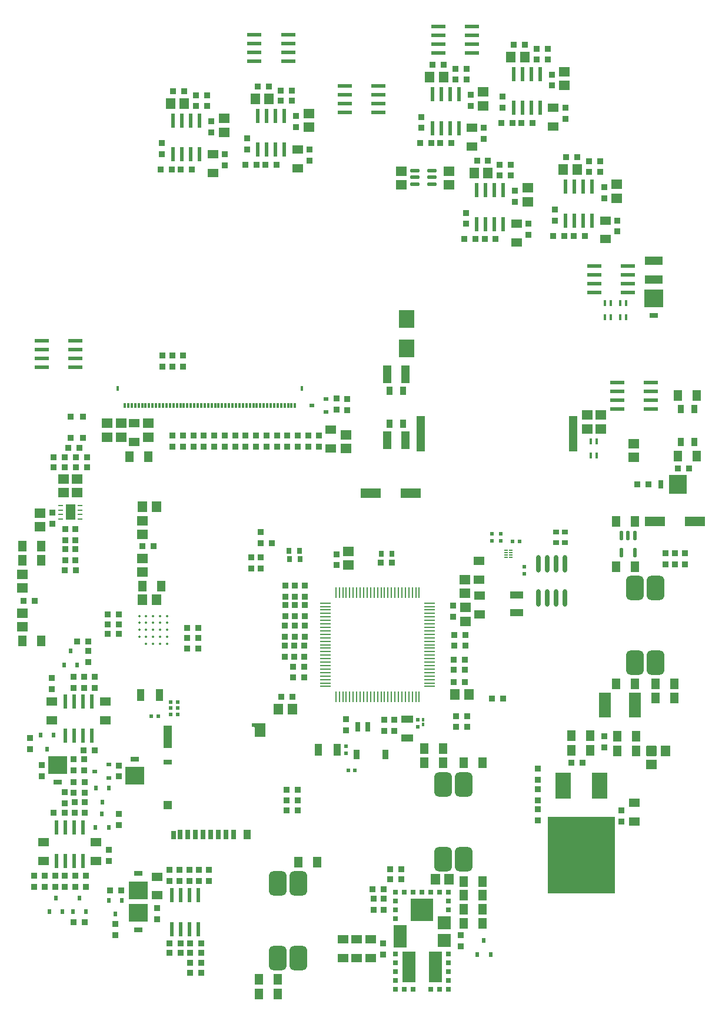
<source format=gtp>
G04*
G04 #@! TF.GenerationSoftware,Altium Limited,Altium Designer,23.1.1 (15)*
G04*
G04 Layer_Color=8421504*
%FSLAX44Y44*%
%MOMM*%
G71*
G04*
G04 #@! TF.SameCoordinates,789140C7-5683-4E61-8DB6-192B0B8D3B33*
G04*
G04*
G04 #@! TF.FilePolarity,Positive*
G04*
G01*
G75*
%ADD18R,0.5300X0.1650*%
%ADD19R,0.5300X0.1650*%
%ADD20R,0.5300X0.1650*%
%ADD21R,0.5300X0.1650*%
%ADD22R,1.2000X3.2000*%
%ADD23C,1.3106*%
%ADD24R,1.2000X1.2000*%
%ADD25R,1.2000X0.8000*%
%ADD26R,0.7000X1.2000*%
%ADD27R,0.7000X1.4000*%
%ADD28R,1.0000X1.4000*%
%ADD29R,0.9500X0.9000*%
%ADD30R,0.6000X0.5000*%
%ADD31R,1.2700X5.0800*%
%ADD32R,2.8500X1.4000*%
%ADD33O,0.7000X2.5000*%
%ADD34R,1.9000X1.1000*%
%ADD35R,0.9000X0.7000*%
%ADD36R,1.1000X1.7000*%
%ADD37R,0.5000X0.6000*%
%ADD38C,0.3500*%
%ADD39R,1.3000X1.6000*%
%ADD40R,0.9000X0.9500*%
%ADD41R,0.7000X0.2500*%
%ADD42R,1.4500X2.2000*%
%ADD43R,0.8000X0.5000*%
G04:AMPARAMS|DCode=44|XSize=3.53mm|YSize=2.54mm|CornerRadius=0.635mm|HoleSize=0mm|Usage=FLASHONLY|Rotation=270.000|XOffset=0mm|YOffset=0mm|HoleType=Round|Shape=RoundedRectangle|*
%AMROUNDEDRECTD44*
21,1,3.5300,1.2700,0,0,270.0*
21,1,2.2600,2.5400,0,0,270.0*
1,1,1.2700,-0.6350,-1.1300*
1,1,1.2700,-0.6350,1.1300*
1,1,1.2700,0.6350,1.1300*
1,1,1.2700,0.6350,-1.1300*
%
%ADD44ROUNDEDRECTD44*%
%ADD45R,0.9000X0.9000*%
%ADD46R,0.7500X1.4000*%
%ADD47R,0.3000X0.8000*%
%ADD48R,0.4000X0.8000*%
%ADD49R,0.3000X0.5000*%
%ADD50R,0.9500X1.4000*%
%ADD51O,1.5500X0.2500*%
%ADD52O,0.2500X1.5500*%
%ADD53R,1.7000X1.1000*%
%ADD54R,0.7000X0.9000*%
%ADD55R,1.3000X2.5000*%
%ADD56R,2.1500X0.6000*%
%ADD57R,2.3000X2.5000*%
%ADD58R,1.4000X1.5000*%
%ADD59R,2.3200X3.8100*%
%ADD60R,9.6500X11.0000*%
%ADD61R,1.6000X1.3000*%
%ADD62R,2.7600X2.5400*%
%ADD63R,1.3000X0.8000*%
%ADD64R,0.5000X0.8000*%
%ADD65R,0.6000X2.1500*%
%ADD66R,1.5000X1.4000*%
%ADD67R,2.5000X1.3000*%
%ADD68R,0.4000X0.9000*%
%ADD69R,0.9500X1.2500*%
%ADD70R,0.8000X1.3000*%
%ADD71R,2.5400X2.7600*%
G04:AMPARAMS|DCode=72|XSize=1.3mm|YSize=0.55mm|CornerRadius=0.1375mm|HoleSize=0mm|Usage=FLASHONLY|Rotation=270.000|XOffset=0mm|YOffset=0mm|HoleType=Round|Shape=RoundedRectangle|*
%AMROUNDEDRECTD72*
21,1,1.3000,0.2750,0,0,270.0*
21,1,1.0250,0.5500,0,0,270.0*
1,1,0.2750,-0.1375,-0.5125*
1,1,0.2750,-0.1375,0.5125*
1,1,0.2750,0.1375,0.5125*
1,1,0.2750,0.1375,-0.5125*
%
%ADD72ROUNDEDRECTD72*%
%ADD73R,1.7500X3.6000*%
%ADD74R,1.9200X4.4600*%
%ADD75R,3.1900X3.1900*%
%ADD76R,1.9200X1.9200*%
%ADD77R,1.9200X3.1900*%
%ADD78R,0.7000X0.7000*%
G04:AMPARAMS|DCode=79|XSize=1.3mm|YSize=0.55mm|CornerRadius=0.1375mm|HoleSize=0mm|Usage=FLASHONLY|Rotation=0.000|XOffset=0mm|YOffset=0mm|HoleType=Round|Shape=RoundedRectangle|*
%AMROUNDEDRECTD79*
21,1,1.3000,0.2750,0,0,0.0*
21,1,1.0250,0.5500,0,0,0.0*
1,1,0.2750,0.5125,-0.1375*
1,1,0.2750,-0.5125,-0.1375*
1,1,0.2750,-0.5125,0.1375*
1,1,0.2750,0.5125,0.1375*
%
%ADD79ROUNDEDRECTD79*%
G36*
X362727Y392196D02*
X347727D01*
Y404696D01*
X346227Y406196D01*
X342727D01*
Y411196D01*
X362727D01*
Y392196D01*
D02*
G37*
D18*
X716012Y660526D02*
D03*
Y650026D02*
D03*
D19*
Y657026D02*
D03*
Y653526D02*
D03*
D20*
X709312Y650026D02*
D03*
Y660526D02*
D03*
D21*
Y653526D02*
D03*
Y657026D02*
D03*
D22*
X222227Y391696D02*
D03*
D23*
X355009Y402290D02*
D03*
D24*
X222227Y293696D02*
D03*
D25*
Y355696D02*
D03*
D26*
X230727Y250696D02*
D03*
D27*
X240227Y251696D02*
D03*
X251227D02*
D03*
X262227D02*
D03*
X273227D02*
D03*
X284227D02*
D03*
X295227D02*
D03*
X306227D02*
D03*
X317227D02*
D03*
D28*
X336227D02*
D03*
D29*
X704976Y447040D02*
D03*
X688976D02*
D03*
X650340Y523190D02*
D03*
X634340D02*
D03*
X650340Y538190D02*
D03*
X634340Y538190D02*
D03*
X266003Y519430D02*
D03*
X250003D02*
D03*
X266003Y548640D02*
D03*
X250003Y548640D02*
D03*
X266003Y533933D02*
D03*
X250003D02*
D03*
X393512Y285844D02*
D03*
X409512Y285844D02*
D03*
X393512Y300849D02*
D03*
X409512Y300849D02*
D03*
X409512Y315844D02*
D03*
X393512Y315844D02*
D03*
X649350Y471170D02*
D03*
X633350D02*
D03*
X402210Y477520D02*
D03*
X418210D02*
D03*
X385700Y449252D02*
D03*
X401700D02*
D03*
X844000Y1205000D02*
D03*
X828000D02*
D03*
X844000Y1220000D02*
D03*
X828000D02*
D03*
X811000Y1226000D02*
D03*
X795000D02*
D03*
X806000Y1113000D02*
D03*
X822000D02*
D03*
X777000Y1113000D02*
D03*
X793000D02*
D03*
X956000Y778000D02*
D03*
X972000D02*
D03*
X819000Y355000D02*
D03*
X803000D02*
D03*
X402210Y492760D02*
D03*
X418210D02*
D03*
X186000Y666000D02*
D03*
X202000D02*
D03*
X107500Y529500D02*
D03*
X91500D02*
D03*
X136000Y540000D02*
D03*
X152000D02*
D03*
X136000Y554000D02*
D03*
X152000D02*
D03*
X152000Y568000D02*
D03*
X136000Y568000D02*
D03*
X542000Y187000D02*
D03*
X558000Y187000D02*
D03*
X533000Y173000D02*
D03*
X517000D02*
D03*
X558000Y202000D02*
D03*
X542000Y202000D02*
D03*
X653160Y421640D02*
D03*
X637160D02*
D03*
X653160Y406400D02*
D03*
X637160D02*
D03*
X649829Y502715D02*
D03*
X633829D02*
D03*
X649829Y488213D02*
D03*
X633829D02*
D03*
X225000Y81000D02*
D03*
X241000D02*
D03*
Y95000D02*
D03*
X225000D02*
D03*
X254000Y81000D02*
D03*
X270000D02*
D03*
X270000Y53000D02*
D03*
X254000Y53000D02*
D03*
X270000Y67000D02*
D03*
X254000D02*
D03*
X270000Y95000D02*
D03*
X254000Y95000D02*
D03*
X139000Y171000D02*
D03*
X155000D02*
D03*
X87000Y125500D02*
D03*
X103000D02*
D03*
X74000Y282500D02*
D03*
X58000D02*
D03*
X87000Y311500D02*
D03*
X103000D02*
D03*
X103000Y326500D02*
D03*
X87000D02*
D03*
X101000Y373000D02*
D03*
X117000Y373000D02*
D03*
X15000Y588000D02*
D03*
X31000D02*
D03*
X74000Y632000D02*
D03*
X90000D02*
D03*
X106000Y780114D02*
D03*
X90000D02*
D03*
X58000Y780114D02*
D03*
X74000Y780114D02*
D03*
X58000Y794114D02*
D03*
X74000Y794114D02*
D03*
X106000D02*
D03*
X90000D02*
D03*
X95000Y808000D02*
D03*
X79000Y808000D02*
D03*
X356000Y671000D02*
D03*
X372000D02*
D03*
X678000Y1108000D02*
D03*
X694000D02*
D03*
X649000Y1108000D02*
D03*
X665000D02*
D03*
X683000Y1221000D02*
D03*
X667000D02*
D03*
X716000Y1215000D02*
D03*
X700000D02*
D03*
X716000Y1200000D02*
D03*
X700000D02*
D03*
X630000Y1246000D02*
D03*
X614000D02*
D03*
X601000Y1246000D02*
D03*
X585000D02*
D03*
X603000Y1359000D02*
D03*
X619000D02*
D03*
X636000Y1353000D02*
D03*
X652000D02*
D03*
X636000Y1338000D02*
D03*
X652000D02*
D03*
X241000Y1208000D02*
D03*
X257000Y1208000D02*
D03*
X212000Y1208000D02*
D03*
X228000D02*
D03*
X246000Y1321000D02*
D03*
X230000Y1321000D02*
D03*
X279000Y1315000D02*
D03*
X263000D02*
D03*
X279000Y1300000D02*
D03*
X263000D02*
D03*
X769000Y1367000D02*
D03*
X753000D02*
D03*
X914000Y755000D02*
D03*
X898000D02*
D03*
X753000Y1382000D02*
D03*
X769000D02*
D03*
X720000Y1388000D02*
D03*
X736000D02*
D03*
X718000Y1275000D02*
D03*
X702000D02*
D03*
X747000Y1275000D02*
D03*
X731000D02*
D03*
X385000Y1307000D02*
D03*
X401000Y1307000D02*
D03*
X385000Y1322000D02*
D03*
X401000D02*
D03*
X352000Y1328000D02*
D03*
X368000Y1328000D02*
D03*
X350000Y1215000D02*
D03*
X334000Y1215000D02*
D03*
X379000Y1215000D02*
D03*
X363000D02*
D03*
D30*
X727982Y672846D02*
D03*
X717982D02*
D03*
X236140Y441960D02*
D03*
X226140D02*
D03*
X236060Y424180D02*
D03*
X226060D02*
D03*
X236140Y433324D02*
D03*
X226140D02*
D03*
X208454Y421894D02*
D03*
X198454D02*
D03*
X491664Y343662D02*
D03*
X481664D02*
D03*
D31*
X805810Y828040D02*
D03*
X586110D02*
D03*
D32*
X514500Y743000D02*
D03*
X571500D02*
D03*
X980500Y702000D02*
D03*
X923500D02*
D03*
D33*
X793750Y641309D02*
D03*
X781050D02*
D03*
X768350D02*
D03*
X755650D02*
D03*
X793750Y592309D02*
D03*
X781050D02*
D03*
X768350D02*
D03*
X755650D02*
D03*
D34*
X724408Y595882D02*
D03*
Y570882D02*
D03*
D35*
X780796Y686632D02*
D03*
Y671632D02*
D03*
X793496Y671632D02*
D03*
Y686632D02*
D03*
D36*
X210350Y451866D02*
D03*
X183350D02*
D03*
X466090Y373380D02*
D03*
X439090D02*
D03*
D37*
X688848Y684290D02*
D03*
Y674290D02*
D03*
X701548Y684116D02*
D03*
Y674116D02*
D03*
X735076Y626444D02*
D03*
Y636444D02*
D03*
X478790Y378380D02*
D03*
Y368380D02*
D03*
X581660Y416480D02*
D03*
Y406480D02*
D03*
D38*
X221000Y566001D02*
D03*
Y556001D02*
D03*
Y546001D02*
D03*
Y536001D02*
D03*
Y526001D02*
D03*
X211000Y566001D02*
D03*
Y556001D02*
D03*
Y546001D02*
D03*
Y536001D02*
D03*
Y526001D02*
D03*
X201000Y566001D02*
D03*
X201000Y556001D02*
D03*
Y546001D02*
D03*
Y536001D02*
D03*
Y526001D02*
D03*
X191000Y566001D02*
D03*
Y556001D02*
D03*
X191000Y546001D02*
D03*
X191000Y536001D02*
D03*
Y526001D02*
D03*
X181000Y566001D02*
D03*
Y556001D02*
D03*
Y546001D02*
D03*
Y536001D02*
D03*
D39*
X410006Y212167D02*
D03*
X437006D02*
D03*
X353000Y22000D02*
D03*
X380000Y22000D02*
D03*
X380000Y43000D02*
D03*
X353000Y43000D02*
D03*
X983500Y883000D02*
D03*
X956500D02*
D03*
X983500Y796000D02*
D03*
X956500D02*
D03*
X867000Y637000D02*
D03*
X894000D02*
D03*
X951000Y468000D02*
D03*
X924000Y468000D02*
D03*
X924000Y448000D02*
D03*
X951000D02*
D03*
X867000Y468000D02*
D03*
X894000Y468000D02*
D03*
X896000Y393000D02*
D03*
X869000D02*
D03*
X830201Y372499D02*
D03*
X803201D02*
D03*
X830201Y393499D02*
D03*
X803201D02*
D03*
X193840Y794767D02*
D03*
X166840Y794767D02*
D03*
X213000Y609000D02*
D03*
X186000D02*
D03*
X648200Y124000D02*
D03*
X675200Y124000D02*
D03*
X648200Y144000D02*
D03*
X675200Y144000D02*
D03*
X648200Y184000D02*
D03*
X675200Y184000D02*
D03*
X648200Y164000D02*
D03*
X675200Y164000D02*
D03*
X648200Y355000D02*
D03*
X675200D02*
D03*
X591200Y375000D02*
D03*
X618200Y375000D02*
D03*
X618200Y355000D02*
D03*
X591200Y355000D02*
D03*
X40000Y530000D02*
D03*
X13000D02*
D03*
X40000Y646000D02*
D03*
X13000D02*
D03*
X40000Y666000D02*
D03*
X13000Y666000D02*
D03*
X896000Y372000D02*
D03*
X869000Y372000D02*
D03*
X894000Y702000D02*
D03*
X867000Y702000D02*
D03*
D40*
X56000Y715000D02*
D03*
Y699000D02*
D03*
X244215Y940560D02*
D03*
Y924560D02*
D03*
X229215Y924560D02*
D03*
X229215Y940560D02*
D03*
X214215D02*
D03*
Y924560D02*
D03*
X875000Y286000D02*
D03*
Y270000D02*
D03*
X137000Y229500D02*
D03*
X137000Y213500D02*
D03*
X152000Y281500D02*
D03*
X152000Y265500D02*
D03*
X356000Y650000D02*
D03*
Y634000D02*
D03*
X342000D02*
D03*
Y650000D02*
D03*
X391162Y609833D02*
D03*
Y593833D02*
D03*
X419160Y565330D02*
D03*
Y581330D02*
D03*
X405160Y565330D02*
D03*
Y581330D02*
D03*
X391160Y565330D02*
D03*
Y581330D02*
D03*
X405163Y609833D02*
D03*
Y593833D02*
D03*
X419162Y609833D02*
D03*
Y593833D02*
D03*
X478737Y417500D02*
D03*
Y401500D02*
D03*
X779000Y1151000D02*
D03*
Y1135000D02*
D03*
X850000Y1183000D02*
D03*
Y1167000D02*
D03*
X869000Y1119000D02*
D03*
Y1135000D02*
D03*
X966000Y656250D02*
D03*
Y640250D02*
D03*
X952000Y640250D02*
D03*
X952000Y656250D02*
D03*
X938000Y640250D02*
D03*
X938000Y656250D02*
D03*
X754200Y346000D02*
D03*
X754200Y330000D02*
D03*
X754200Y288000D02*
D03*
X754200Y272000D02*
D03*
X754200Y301000D02*
D03*
X754200Y317000D02*
D03*
X850000Y377000D02*
D03*
Y393000D02*
D03*
X632460Y564770D02*
D03*
Y580770D02*
D03*
X644000Y107000D02*
D03*
X644000Y91000D02*
D03*
X532200Y79000D02*
D03*
Y95000D02*
D03*
X533000Y143000D02*
D03*
Y159000D02*
D03*
X518000D02*
D03*
Y143000D02*
D03*
X547902Y400940D02*
D03*
X547902Y416940D02*
D03*
X533400Y400940D02*
D03*
Y416940D02*
D03*
X390970Y536035D02*
D03*
Y552035D02*
D03*
X404970Y536035D02*
D03*
Y552035D02*
D03*
X418970Y536035D02*
D03*
Y552035D02*
D03*
X418467Y523532D02*
D03*
Y507533D02*
D03*
X404468Y523532D02*
D03*
Y507533D02*
D03*
X390467Y523532D02*
D03*
Y507533D02*
D03*
X207000Y130000D02*
D03*
Y146000D02*
D03*
X281000Y185000D02*
D03*
Y201000D02*
D03*
X267000Y201000D02*
D03*
Y185000D02*
D03*
X253000D02*
D03*
X253000Y201000D02*
D03*
X239000Y185000D02*
D03*
X239000Y201000D02*
D03*
X225000Y201000D02*
D03*
Y185000D02*
D03*
X104000Y176500D02*
D03*
Y192500D02*
D03*
X89000Y176500D02*
D03*
X89000Y192500D02*
D03*
X147000Y123000D02*
D03*
Y107000D02*
D03*
X74000Y192500D02*
D03*
X74000Y176500D02*
D03*
X60000D02*
D03*
Y192500D02*
D03*
X45000Y176500D02*
D03*
X45000Y192500D02*
D03*
X30000D02*
D03*
Y176500D02*
D03*
X103000Y298500D02*
D03*
Y282500D02*
D03*
X88000D02*
D03*
Y298500D02*
D03*
X74000Y312500D02*
D03*
Y296500D02*
D03*
X41000Y351500D02*
D03*
Y335500D02*
D03*
X102000Y359500D02*
D03*
Y343500D02*
D03*
X87000Y359500D02*
D03*
X87000Y343500D02*
D03*
X24000Y390500D02*
D03*
Y374500D02*
D03*
X55500Y476502D02*
D03*
Y460502D02*
D03*
X102000Y462500D02*
D03*
Y478500D02*
D03*
X87000Y462500D02*
D03*
X87000Y478500D02*
D03*
X117000D02*
D03*
Y462500D02*
D03*
X107500Y499500D02*
D03*
Y515500D02*
D03*
X89500Y662000D02*
D03*
X89500Y646000D02*
D03*
X74500Y662000D02*
D03*
Y646000D02*
D03*
Y691000D02*
D03*
Y675000D02*
D03*
X89500Y691000D02*
D03*
Y675000D02*
D03*
X439420Y825880D02*
D03*
Y809880D02*
D03*
X424376Y825880D02*
D03*
X424376Y809880D02*
D03*
X409332Y825880D02*
D03*
Y809880D02*
D03*
X394288Y825880D02*
D03*
X394288Y809880D02*
D03*
X379245Y825880D02*
D03*
Y809880D02*
D03*
X364201D02*
D03*
Y825880D02*
D03*
X349157Y809880D02*
D03*
Y825880D02*
D03*
X334114Y825880D02*
D03*
Y809880D02*
D03*
X319070Y825880D02*
D03*
Y809880D02*
D03*
X304026D02*
D03*
X304026Y825880D02*
D03*
X288982Y809880D02*
D03*
X288982Y825880D02*
D03*
X273939Y825880D02*
D03*
Y809880D02*
D03*
X258895Y809880D02*
D03*
Y825880D02*
D03*
X243851Y825880D02*
D03*
Y809880D02*
D03*
X228807Y809880D02*
D03*
Y825880D02*
D03*
X356000Y671000D02*
D03*
Y687000D02*
D03*
X651000Y1146000D02*
D03*
Y1130000D02*
D03*
X722000Y1178000D02*
D03*
Y1162000D02*
D03*
X741000Y1114000D02*
D03*
X741000Y1130000D02*
D03*
X587000Y1268000D02*
D03*
Y1284000D02*
D03*
X658000Y1300000D02*
D03*
Y1316000D02*
D03*
X677000Y1268000D02*
D03*
X677000Y1252000D02*
D03*
X464820Y638970D02*
D03*
Y654970D02*
D03*
X214000Y1246000D02*
D03*
Y1230000D02*
D03*
X285000Y1278000D02*
D03*
Y1262000D02*
D03*
X304000Y1214000D02*
D03*
X304000Y1230000D02*
D03*
X152000Y335000D02*
D03*
Y351000D02*
D03*
X464820Y863220D02*
D03*
Y879220D02*
D03*
X480060Y877950D02*
D03*
Y861950D02*
D03*
X794000Y1297000D02*
D03*
X794000Y1281000D02*
D03*
X775000Y1329000D02*
D03*
Y1345000D02*
D03*
X704000Y1297000D02*
D03*
Y1313000D02*
D03*
X426000Y1237000D02*
D03*
X426000Y1221000D02*
D03*
X407000Y1269000D02*
D03*
Y1285000D02*
D03*
X336000Y1237000D02*
D03*
Y1253000D02*
D03*
D41*
X68300Y724864D02*
D03*
X68300Y718364D02*
D03*
X68300Y711864D02*
D03*
X68300Y705364D02*
D03*
X95700Y724864D02*
D03*
X95700Y718364D02*
D03*
X95700Y711864D02*
D03*
X95700Y705364D02*
D03*
D42*
X82000Y715114D02*
D03*
D43*
X449420Y859180D02*
D03*
Y878180D02*
D03*
X429420Y868680D02*
D03*
X117000Y342500D02*
D03*
X137000Y352000D02*
D03*
Y333000D02*
D03*
D44*
X648300Y216250D02*
D03*
X618100D02*
D03*
Y323750D02*
D03*
X648300D02*
D03*
X410200Y181500D02*
D03*
X380000D02*
D03*
Y74000D02*
D03*
X410200D02*
D03*
X924200Y498500D02*
D03*
X894000D02*
D03*
Y606000D02*
D03*
X924200D02*
D03*
D45*
X528900Y642620D02*
D03*
X544900D02*
D03*
X100000Y822000D02*
D03*
X82000Y853000D02*
D03*
X100000D02*
D03*
X82000Y822000D02*
D03*
D46*
X509740Y406400D02*
D03*
X495240D02*
D03*
D47*
X160269Y868562D02*
D03*
X405269D02*
D03*
X165269D02*
D03*
X170269D02*
D03*
X175269Y868562D02*
D03*
X180269D02*
D03*
X185269D02*
D03*
X190269Y868562D02*
D03*
X195269Y868562D02*
D03*
X200269D02*
D03*
X205269D02*
D03*
X210269D02*
D03*
X215269D02*
D03*
X220269Y868562D02*
D03*
X225269D02*
D03*
X230269D02*
D03*
X235269D02*
D03*
X240269Y868562D02*
D03*
X245269D02*
D03*
X250269D02*
D03*
X255269D02*
D03*
X260269D02*
D03*
X265269Y868562D02*
D03*
X270269Y868562D02*
D03*
X275269D02*
D03*
X280269Y868562D02*
D03*
X285269Y868562D02*
D03*
X290269D02*
D03*
X295269Y868562D02*
D03*
X300269D02*
D03*
X305269Y868562D02*
D03*
X310269D02*
D03*
X315269D02*
D03*
X320269D02*
D03*
X325269Y868562D02*
D03*
X330269D02*
D03*
X335269D02*
D03*
X340269Y868562D02*
D03*
X345269D02*
D03*
X350269D02*
D03*
X355269D02*
D03*
X360269D02*
D03*
X365269Y868562D02*
D03*
X370269D02*
D03*
X375269Y868562D02*
D03*
X380269D02*
D03*
X385269D02*
D03*
X390269D02*
D03*
X395269D02*
D03*
X400269Y868562D02*
D03*
D48*
X415265Y893560D02*
D03*
X150265Y893560D02*
D03*
D49*
X589280Y416520D02*
D03*
Y409520D02*
D03*
D50*
X535608Y366749D02*
D03*
X494108D02*
D03*
D51*
X448750Y464560D02*
D03*
Y469560D02*
D03*
Y474560D02*
D03*
Y479560D02*
D03*
Y484560D02*
D03*
Y489560D02*
D03*
Y494560D02*
D03*
Y499560D02*
D03*
Y504560D02*
D03*
Y509560D02*
D03*
Y514560D02*
D03*
Y519560D02*
D03*
Y524560D02*
D03*
Y529560D02*
D03*
Y534560D02*
D03*
Y539560D02*
D03*
Y544560D02*
D03*
Y549560D02*
D03*
Y554560D02*
D03*
Y559560D02*
D03*
Y564560D02*
D03*
Y569560D02*
D03*
Y574560D02*
D03*
Y579560D02*
D03*
Y584560D02*
D03*
X599250D02*
D03*
Y579560D02*
D03*
Y574560D02*
D03*
Y569560D02*
D03*
Y564560D02*
D03*
Y559560D02*
D03*
Y554560D02*
D03*
Y549560D02*
D03*
Y544560D02*
D03*
Y539560D02*
D03*
Y534560D02*
D03*
Y529560D02*
D03*
Y524560D02*
D03*
Y519560D02*
D03*
Y514560D02*
D03*
Y509560D02*
D03*
Y504560D02*
D03*
Y499560D02*
D03*
Y494560D02*
D03*
Y489560D02*
D03*
Y484560D02*
D03*
Y479560D02*
D03*
Y474560D02*
D03*
Y469560D02*
D03*
Y464560D02*
D03*
D52*
X464000Y599810D02*
D03*
X469000D02*
D03*
X474000D02*
D03*
X479000D02*
D03*
X484000D02*
D03*
X489000D02*
D03*
X494000D02*
D03*
X499000D02*
D03*
X504000D02*
D03*
X509000D02*
D03*
X514000D02*
D03*
X519000D02*
D03*
X524000D02*
D03*
X529000D02*
D03*
X534000D02*
D03*
X539000D02*
D03*
X544000D02*
D03*
X549000D02*
D03*
X554000D02*
D03*
X559000D02*
D03*
X564000D02*
D03*
X569000D02*
D03*
X574000D02*
D03*
X579000D02*
D03*
X584000D02*
D03*
Y449310D02*
D03*
X579000D02*
D03*
X574000D02*
D03*
X569000D02*
D03*
X564000D02*
D03*
X559000D02*
D03*
X554000D02*
D03*
X549000D02*
D03*
X544000D02*
D03*
X539000D02*
D03*
X534000D02*
D03*
X529000D02*
D03*
X524000D02*
D03*
X519000D02*
D03*
X514000D02*
D03*
X509000D02*
D03*
X504000D02*
D03*
X499000D02*
D03*
X494000D02*
D03*
X489000D02*
D03*
X484000D02*
D03*
X479000D02*
D03*
X474000D02*
D03*
X469000D02*
D03*
X464000D02*
D03*
D53*
X566948Y417360D02*
D03*
Y390360D02*
D03*
D54*
X397510Y647445D02*
D03*
X412510D02*
D03*
X529400Y655758D02*
D03*
X544400D02*
D03*
X411360Y659448D02*
D03*
X396360D02*
D03*
D55*
X537500Y914000D02*
D03*
X564500D02*
D03*
Y819000D02*
D03*
X537500D02*
D03*
D56*
X89123Y923823D02*
D03*
Y936523D02*
D03*
Y949223D02*
D03*
Y961923D02*
D03*
X40623Y923823D02*
D03*
Y936523D02*
D03*
Y949223D02*
D03*
Y961923D02*
D03*
X660123Y1375823D02*
D03*
Y1388523D02*
D03*
Y1401223D02*
D03*
Y1413923D02*
D03*
X611623Y1375823D02*
D03*
Y1388523D02*
D03*
Y1401223D02*
D03*
Y1413923D02*
D03*
X835877Y1069177D02*
D03*
Y1056477D02*
D03*
X835877Y1043777D02*
D03*
X835877Y1031077D02*
D03*
X884377Y1069177D02*
D03*
Y1056477D02*
D03*
Y1043777D02*
D03*
Y1031077D02*
D03*
X868877Y902177D02*
D03*
X868877Y889477D02*
D03*
Y876777D02*
D03*
X868877Y864077D02*
D03*
X917377Y902177D02*
D03*
Y889477D02*
D03*
Y876777D02*
D03*
Y864077D02*
D03*
X476623Y1328923D02*
D03*
Y1316223D02*
D03*
Y1303523D02*
D03*
Y1290823D02*
D03*
X525123Y1328923D02*
D03*
Y1316223D02*
D03*
Y1303523D02*
D03*
Y1290823D02*
D03*
X395377Y1364077D02*
D03*
Y1376777D02*
D03*
Y1389477D02*
D03*
Y1402177D02*
D03*
X346877Y1364077D02*
D03*
Y1376777D02*
D03*
Y1389477D02*
D03*
Y1402177D02*
D03*
D57*
X566000Y950500D02*
D03*
Y993500D02*
D03*
D58*
X186000Y723000D02*
D03*
X206000D02*
D03*
X655160Y453390D02*
D03*
X635160Y453390D02*
D03*
X381320Y432000D02*
D03*
X401320D02*
D03*
X791000Y1208000D02*
D03*
X811000D02*
D03*
X938000Y372000D02*
D03*
X918000D02*
D03*
X206000Y589000D02*
D03*
X186000D02*
D03*
X607000Y187000D02*
D03*
X627000D02*
D03*
X663000Y1203000D02*
D03*
X683000D02*
D03*
X619000Y1341000D02*
D03*
X599000D02*
D03*
X226000Y1303000D02*
D03*
X246000D02*
D03*
X736000Y1370000D02*
D03*
X716000D02*
D03*
X368000Y1310000D02*
D03*
X348000D02*
D03*
D59*
X843603Y322000D02*
D03*
X790803D02*
D03*
D60*
X817203Y222000D02*
D03*
D61*
X893200Y297000D02*
D03*
X893200Y270000D02*
D03*
X474200Y74000D02*
D03*
X474200Y101000D02*
D03*
X119000Y213500D02*
D03*
X119000Y240500D02*
D03*
X670560Y567998D02*
D03*
Y594997D02*
D03*
X670000Y645000D02*
D03*
Y618000D02*
D03*
X174030Y843270D02*
D03*
X174030Y816270D02*
D03*
X43000Y213500D02*
D03*
X43000Y240500D02*
D03*
X55500Y442502D02*
D03*
Y415502D02*
D03*
X132000Y442500D02*
D03*
X132000Y415500D02*
D03*
X456672Y806920D02*
D03*
Y833920D02*
D03*
X724000Y1103000D02*
D03*
Y1130000D02*
D03*
X660000Y1241000D02*
D03*
Y1268000D02*
D03*
X287000Y1203000D02*
D03*
Y1230000D02*
D03*
X494200Y101000D02*
D03*
Y74000D02*
D03*
X514200Y101000D02*
D03*
X514200Y74000D02*
D03*
X207000Y164000D02*
D03*
Y191000D02*
D03*
X852000Y1135000D02*
D03*
Y1108000D02*
D03*
X777000Y1297000D02*
D03*
Y1270000D02*
D03*
X409000Y1237000D02*
D03*
Y1210000D02*
D03*
D62*
X175000Y336000D02*
D03*
X921000Y1023000D02*
D03*
X180000Y139000D02*
D03*
X64000Y351500D02*
D03*
X180000Y171000D02*
D03*
D63*
X175000Y360300D02*
D03*
X921000Y998700D02*
D03*
X180000Y114700D02*
D03*
X64000Y327200D02*
D03*
X180000Y195300D02*
D03*
D64*
X128000Y298500D02*
D03*
X118500Y318500D02*
D03*
X137500D02*
D03*
X127500Y281500D02*
D03*
X137000Y261500D02*
D03*
X118000Y261500D02*
D03*
X667500Y79000D02*
D03*
X686500D02*
D03*
X677000Y99000D02*
D03*
X146508Y137000D02*
D03*
X137008Y157000D02*
D03*
X156008Y157000D02*
D03*
X95003Y160500D02*
D03*
X104503Y140500D02*
D03*
X85503D02*
D03*
X61000Y160500D02*
D03*
X70500Y140500D02*
D03*
X51500D02*
D03*
X48500Y374500D02*
D03*
X39000Y394500D02*
D03*
X58000D02*
D03*
X73000Y495500D02*
D03*
X92000D02*
D03*
X82500Y515500D02*
D03*
D65*
X794823Y1134877D02*
D03*
X807523D02*
D03*
X820223D02*
D03*
X832923D02*
D03*
X794823Y1183377D02*
D03*
X807523D02*
D03*
X820223D02*
D03*
X832923D02*
D03*
X228077Y115623D02*
D03*
X240777D02*
D03*
X253477D02*
D03*
X266177D02*
D03*
X228077Y164123D02*
D03*
X240777Y164123D02*
D03*
X253477D02*
D03*
X266177D02*
D03*
X99923Y261877D02*
D03*
X87223D02*
D03*
X74523D02*
D03*
X61823D02*
D03*
X99923Y213377D02*
D03*
X87223D02*
D03*
X74523D02*
D03*
X61823Y213377D02*
D03*
X75077Y394123D02*
D03*
X87777D02*
D03*
X100477D02*
D03*
X113177D02*
D03*
X75077Y442623D02*
D03*
X87777Y442623D02*
D03*
X100477Y442623D02*
D03*
X113177D02*
D03*
X666823Y1129877D02*
D03*
X679523D02*
D03*
X692223Y1129877D02*
D03*
X704923Y1129877D02*
D03*
X666823Y1178377D02*
D03*
X679523D02*
D03*
X692223D02*
D03*
X704923D02*
D03*
X640923Y1316377D02*
D03*
X628223D02*
D03*
X615523D02*
D03*
X602823D02*
D03*
X640923Y1267877D02*
D03*
X628223Y1267877D02*
D03*
X615523Y1267877D02*
D03*
X602823D02*
D03*
X229823Y1229877D02*
D03*
X242523D02*
D03*
X255223Y1229877D02*
D03*
X267923Y1229877D02*
D03*
X229823Y1278377D02*
D03*
X242523Y1278377D02*
D03*
X255223Y1278377D02*
D03*
X267923D02*
D03*
X389923Y1285377D02*
D03*
X377223D02*
D03*
X364523D02*
D03*
X351823D02*
D03*
X389923Y1236877D02*
D03*
X377223Y1236877D02*
D03*
X364523Y1236877D02*
D03*
X351823D02*
D03*
X757923Y1345377D02*
D03*
X745223D02*
D03*
X732523D02*
D03*
X719823D02*
D03*
X757923Y1296877D02*
D03*
X745223Y1296877D02*
D03*
X732523Y1296877D02*
D03*
X719823D02*
D03*
D66*
X868000Y1187000D02*
D03*
Y1167000D02*
D03*
X893000Y794000D02*
D03*
X893000Y814000D02*
D03*
X918000Y352000D02*
D03*
Y372000D02*
D03*
X650240Y558327D02*
D03*
Y578327D02*
D03*
X482073Y658970D02*
D03*
Y638970D02*
D03*
X649997Y598330D02*
D03*
Y618330D02*
D03*
X194030Y843270D02*
D03*
Y823270D02*
D03*
X154760Y843270D02*
D03*
Y823270D02*
D03*
X135030Y843270D02*
D03*
X135030Y823270D02*
D03*
X186000Y683000D02*
D03*
Y703000D02*
D03*
Y649000D02*
D03*
Y629000D02*
D03*
X13000Y550000D02*
D03*
X13000Y570000D02*
D03*
Y606000D02*
D03*
Y626000D02*
D03*
X92000Y743114D02*
D03*
Y763114D02*
D03*
X72000Y743114D02*
D03*
Y763114D02*
D03*
X92000Y743114D02*
D03*
Y763114D02*
D03*
X72000Y743114D02*
D03*
Y763114D02*
D03*
X740000Y1182000D02*
D03*
Y1162000D02*
D03*
X676000Y1300000D02*
D03*
Y1320000D02*
D03*
X303000Y1282000D02*
D03*
Y1262000D02*
D03*
X478790Y826610D02*
D03*
Y806610D02*
D03*
X558000Y1206000D02*
D03*
Y1186000D02*
D03*
X627000Y1206000D02*
D03*
Y1186000D02*
D03*
X793000Y1329000D02*
D03*
Y1349000D02*
D03*
X425000Y1269000D02*
D03*
Y1289000D02*
D03*
X826000Y855000D02*
D03*
Y835000D02*
D03*
X845000Y855000D02*
D03*
Y835000D02*
D03*
X38000Y714000D02*
D03*
Y694000D02*
D03*
D67*
X921000Y1050000D02*
D03*
Y1077000D02*
D03*
D68*
X873500Y1016000D02*
D03*
X873500Y996000D02*
D03*
X882000Y996000D02*
D03*
Y1016000D02*
D03*
X851500D02*
D03*
X851500Y996000D02*
D03*
X860000D02*
D03*
X860000Y1016000D02*
D03*
X831000Y797000D02*
D03*
Y817000D02*
D03*
X839500D02*
D03*
X839500Y797000D02*
D03*
D69*
X960000Y863750D02*
D03*
X960000Y816250D02*
D03*
X980000D02*
D03*
Y863750D02*
D03*
X541000Y889750D02*
D03*
Y842250D02*
D03*
X561000D02*
D03*
Y889750D02*
D03*
D70*
X931700Y755000D02*
D03*
D71*
X956000Y755000D02*
D03*
D72*
X894000Y657000D02*
D03*
X875000D02*
D03*
Y682000D02*
D03*
X884500Y682000D02*
D03*
X894000Y682000D02*
D03*
D73*
X894000Y438000D02*
D03*
X851500D02*
D03*
D74*
X568950Y60897D02*
D03*
X607050D02*
D03*
D75*
X588000Y143497D02*
D03*
D76*
X619800Y124397D02*
D03*
Y98997D02*
D03*
D77*
X556200Y105398D02*
D03*
D78*
X626100Y156147D02*
D03*
Y143448D02*
D03*
Y79948D02*
D03*
Y67248D02*
D03*
Y54548D02*
D03*
Y41848D02*
D03*
Y29148D02*
D03*
X613400D02*
D03*
X600700D02*
D03*
X575300D02*
D03*
X562600D02*
D03*
X549900D02*
D03*
Y41848D02*
D03*
Y54548D02*
D03*
Y67248D02*
D03*
Y79948D02*
D03*
Y130747D02*
D03*
Y143448D02*
D03*
Y156147D02*
D03*
Y168848D02*
D03*
X562600D02*
D03*
X575300D02*
D03*
X588000D02*
D03*
X600700D02*
D03*
X613400D02*
D03*
X626100D02*
D03*
D79*
X577500Y1206500D02*
D03*
Y1197000D02*
D03*
Y1187500D02*
D03*
X602500D02*
D03*
Y1206500D02*
D03*
Y1197000D02*
D03*
M02*

</source>
